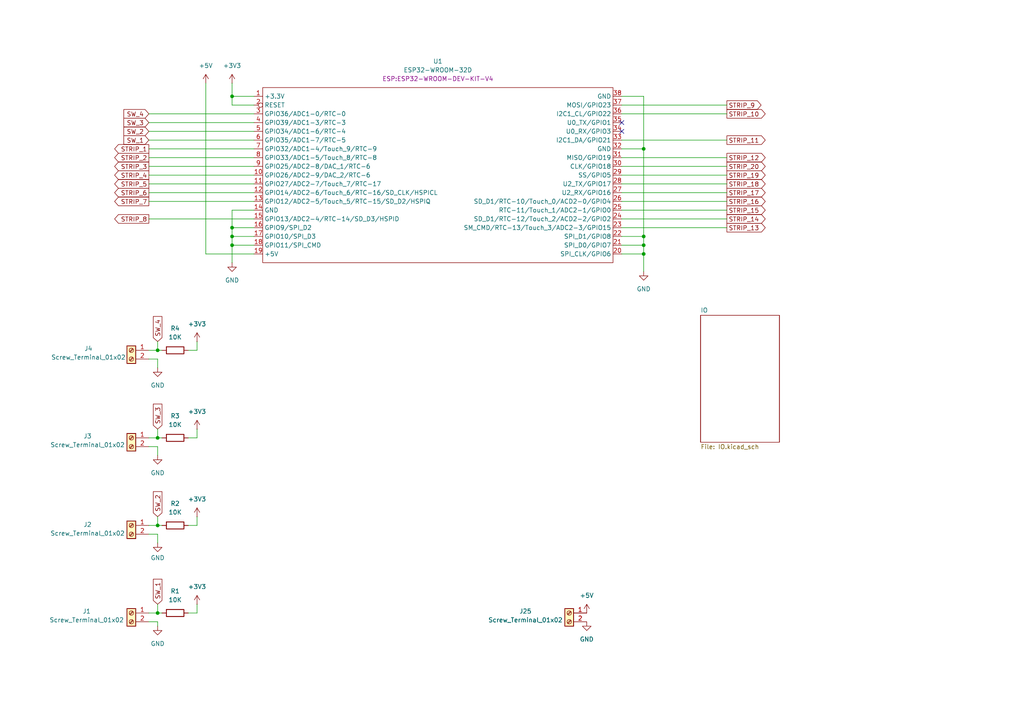
<source format=kicad_sch>
(kicad_sch (version 20231120) (generator "eeschema") (generator_version "8.0")
  (paper "A4")
  (lib_symbols
    (symbol "Connector:Screw_Terminal_01x02" (pin_names (offset 1.016) hide)
      (property "Reference" "J" (at 0 2.54 0))
      (property "Value" "Screw_Terminal_01x02" (at 0 -5.08 0))
      (symbol "Screw_Terminal_01x02_1_1"
        (rectangle (start -1.27 1.27) (end 1.27 -3.81) (stroke (width 0.254)) (fill (type background)))
        (circle (center 0 -2.54) (radius 0.635) (stroke (width 0.1524)))
        (polyline (pts (xy -0.5334 -2.2098) (xy 0.3302 -3.048)) (stroke (width 0.1524)))
        (polyline (pts (xy -0.5334 0.3302) (xy 0.3302 -0.508)) (stroke (width 0.1524)))
        (polyline (pts (xy -0.3556 -2.032) (xy 0.508 -2.8702)) (stroke (width 0.1524)))
        (polyline (pts (xy -0.3556 0.508) (xy 0.508 -0.3302)) (stroke (width 0.1524)))
        (circle (center 0 0) (radius 0.635) (stroke (width 0.1524)))
        (pin passive line (at -5.08 0 0) (length 3.81) (name "Pin_1") (number "1"))
        (pin passive line (at -5.08 -2.54 0) (length 3.81) (name "Pin_2") (number "2"))
      )
    )
    (symbol "Device:R" (pin_numbers hide) (pin_names (offset 0))
      (property "Reference" "R" (at 2.032 0 90))
      (property "Value" "R" (at 0 0 90))
      (symbol "R_0_1"
        (rectangle (start -1.016 -2.54) (end 1.016 2.54) (stroke (width 0.254)))
      )
      (symbol "R_1_1"
        (pin passive line (at 0 3.81 270) (length 1.27) (name "~") (number "1"))
        (pin passive line (at 0 -3.81 90) (length 1.27) (name "~") (number "2"))
      )
    )
    (symbol "ESP:ESP32-WROOM-32"
      (property "Reference" "U1" (at 0 54.61 0))
      (property "Value" "ESP32-WROOM-32D" (at 0 52.07 0))
      (property "Footprint" "ESP:ESP32-WROOM-DEV-KIT-V4" (at 0 0 0))
      (symbol "ESP32-WROOM-32_0_1"
        (rectangle (start -50.8 50.8) (end 50.8 0))
      )
      (symbol "ESP32-WROOM-32_1_1"
        (pin power_in line (at -53.34 48.26 0) (length 2.54) (name "+3.3V") (number "1"))
        (pin bidirectional line (at -53.34 25.4 0) (length 2.54) (name "GPIO26/ADC2-9/DAC_2/RTC-6") (number "10"))
        (pin bidirectional line (at -53.34 22.86 0) (length 2.54) (name "GPIO27/ADC2-7/Touch_7/RTC-17") (number "11"))
        (pin bidirectional line (at -53.34 20.32 0) (length 2.54) (name "GPIO14/ADC2-6/Touch_6/RTC-16/SD_CLK/HSPICL") (number "12"))
        (pin bidirectional line (at -53.34 17.78 0) (length 2.54) (name "GPIO12/ADC2-5/Touch_5/RTC-15/SD_D2/HSPIQ") (number "13"))
        (pin power_in line (at -53.34 15.24 0) (length 2.54) (name "GND") (number "14"))
        (pin bidirectional line (at -53.34 12.7 0) (length 2.54) (name "GPIO13/ADC2-4/RTC-14/SD_D3/HSPID") (number "15"))
        (pin bidirectional line (at -53.34 10.16 0) (length 2.54) (name "GPIO9/SPI_D2") (number "16"))
        (pin bidirectional line (at -53.34 7.62 0) (length 2.54) (name "GPIO10/SPI_D3") (number "17"))
        (pin bidirectional line (at -53.34 5.08 0) (length 2.54) (name "GPIO11/SPI_CMD") (number "18"))
        (pin power_in line (at -53.34 2.54 0) (length 2.54) (name "+5V") (number "19"))
        (pin input inverted (at -53.34 45.72 0) (length 2.54) (name "RESET") (number "2"))
        (pin bidirectional line (at 53.34 2.54 180) (length 2.54) (name "SPI_CLK/GPIO6") (number "20"))
        (pin bidirectional line (at 53.34 5.08 180) (length 2.54) (name "SPI_D0/GPIO7") (number "21"))
        (pin bidirectional line (at 53.34 7.62 180) (length 2.54) (name "SPI_D1/GPIO8") (number "22"))
        (pin bidirectional line (at 53.34 10.16 180) (length 2.54) (name "SM_CMD/RTC-13/Touch_3/ADC2-3/GPIO15") (number "23"))
        (pin bidirectional line (at 53.34 12.7 180) (length 2.54) (name "SD_D1/RTC-12/Touch_2/ACD2-2/GPIO2") (number "24"))
        (pin bidirectional line (at 53.34 15.24 180) (length 2.54) (name "RTC-11/Touch_1/ADC2-1/GPIO0") (number "25"))
        (pin bidirectional line (at 53.34 17.78 180) (length 2.54) (name "SD_D1/RTC-10/Touch_0/ACD2-0/GPIO4") (number "26"))
        (pin bidirectional line (at 53.34 20.32 180) (length 2.54) (name "U2_RX/GPIO16") (number "27"))
        (pin bidirectional line (at 53.34 22.86 180) (length 2.54) (name "U2_TX/GPIO17") (number "28"))
        (pin bidirectional line (at 53.34 25.4 180) (length 2.54) (name "SS/GPIO5") (number "29"))
        (pin input line (at -53.34 43.18 0) (length 2.54) (name "GPIO36/ADC1-0/RTC-0") (number "3"))
        (pin bidirectional line (at 53.34 27.94 180) (length 2.54) (name "CLK/GPIO18") (number "30"))
        (pin bidirectional line (at 53.34 30.48 180) (length 2.54) (name "MISO/GPIO19") (number "31"))
        (pin power_in line (at 53.34 33.02 180) (length 2.54) (name "GND") (number "32"))
        (pin bidirectional line (at 53.34 35.56 180) (length 2.54) (name "I2C1_DA/GPIO21") (number "33"))
        (pin bidirectional line (at 53.34 38.1 180) (length 2.54) (name "U0_RX/GPIO3") (number "34"))
        (pin bidirectional line (at 53.34 40.64 180) (length 2.54) (name "U0_TX/GPIO1") (number "35"))
        (pin bidirectional line (at 53.34 43.18 180) (length 2.54) (name "I2C1_CL/GPIO22") (number "36"))
        (pin bidirectional line (at 53.34 45.72 180) (length 2.54) (name "MOSI/GPIO23") (number "37"))
        (pin power_in line (at 53.34 48.26 180) (length 2.54) (name "GND") (number "38"))
        (pin input line (at -53.34 40.64 0) (length 2.54) (name "GPIO39/ADC1-3/RTC-3") (number "4"))
        (pin input line (at -53.34 38.1 0) (length 2.54) (name "GPIO34/ADC1-6/RTC-4") (number "5"))
        (pin input line (at -53.34 35.56 0) (length 2.54) (name "GPIO35/ADC1-7/RTC-5") (number "6"))
        (pin bidirectional line (at -53.34 33.02 0) (length 2.54) (name "GPIO32/ADC1-4/Touch_9/RTC-9") (number "7"))
        (pin bidirectional line (at -53.34 30.48 0) (length 2.54) (name "GPIO33/ADC1-5/Touch_8/RTC-8") (number "8"))
        (pin bidirectional line (at -53.34 27.94 0) (length 2.54) (name "GPIO25/ADC2-8/DAC_1/RTC-6") (number "9"))
      )
    )
    (symbol "power:+3V3" (power) (pin_numbers hide) (pin_names (offset 0) hide)
      (property "Value" "+3V3" (at 0 3.556 0))
      (symbol "+3V3_0_1"
        (polyline (pts (xy -0.762 1.27) (xy 0 2.54)))
        (polyline (pts (xy 0 0) (xy 0 2.54)))
        (polyline (pts (xy 0 2.54) (xy 0.762 1.27)))
      )
      (symbol "+3V3_1_1"
        (pin power_in line (at 0 0 90) (length 0) (name "~") (number "1"))
      )
    )
    (symbol "power:+5V" (power) (pin_numbers hide) (pin_names (offset 0) hide)
      (property "Value" "+5V" (at 0 3.556 0))
      (symbol "+5V_0_1"
        (polyline (pts (xy -0.762 1.27) (xy 0 2.54)))
        (polyline (pts (xy 0 0) (xy 0 2.54)))
        (polyline (pts (xy 0 2.54) (xy 0.762 1.27)))
      )
      (symbol "+5V_1_1"
        (pin power_in line (at 0 0 90) (length 0) (name "~") (number "1"))
      )
    )
    (symbol "power:GND" (power) (pin_numbers hide) (pin_names (offset 0) hide)
      (property "Value" "GND" (at 0 -3.81 0))
      (symbol "GND_0_1"
        (polyline (pts (xy 0 0) (xy 0 -1.27) (xy 1.27 -1.27) (xy 0 -2.54) (xy -1.27 -1.27) (xy 0 -1.27)))
      )
      (symbol "GND_1_1"
        (pin power_in line (at 0 0 270) (length 0) (name "~") (number "1"))
      )
    )
  )
  (junction (at 45.72 177.8))
  (junction (at 186.69 73.66))
  (junction (at 45.72 152.4))
  (junction (at 45.72 127))
  (junction (at 45.72 101.6))
  (junction (at 67.31 66.04))
  (junction (at 186.69 71.12))
  (junction (at 186.69 68.58))
  (junction (at 186.69 43.18))
  (junction (at 67.31 27.94))
  (junction (at 67.31 71.12))
  (junction (at 67.31 68.58))
  (no_connect (at 180.34 38.1))
  (no_connect (at 180.34 35.56))
  (wire (pts (xy 43.18 50.8) (xy 73.66 50.8)))
  (wire (pts (xy 43.18 35.56) (xy 73.66 35.56)))
  (wire (pts (xy 67.31 60.96) (xy 67.31 66.04)))
  (wire (pts (xy 186.69 73.66) (xy 186.69 78.74)))
  (wire (pts (xy 43.18 152.4) (xy 45.72 152.4)))
  (wire (pts (xy 67.31 30.48) (xy 73.66 30.48)))
  (wire (pts (xy 54.61 127) (xy 57.15 127)))
  (wire (pts (xy 45.72 180.34) (xy 45.72 181.61)))
  (wire (pts (xy 57.15 99.06) (xy 57.15 101.6)))
  (wire (pts (xy 180.34 71.12) (xy 186.69 71.12)))
  (wire (pts (xy 57.15 101.6) (xy 54.61 101.6)))
  (wire (pts (xy 180.34 30.48) (xy 210.82 30.48)))
  (wire (pts (xy 45.72 99.06) (xy 45.72 101.6)))
  (wire (pts (xy 43.18 101.6) (xy 45.72 101.6)))
  (wire (pts (xy 43.18 154.94) (xy 45.72 154.94)))
  (wire (pts (xy 180.34 27.94) (xy 186.69 27.94)))
  (wire (pts (xy 180.34 58.42) (xy 210.82 58.42)))
  (wire (pts (xy 180.34 55.88) (xy 210.82 55.88)))
  (wire (pts (xy 186.69 27.94) (xy 186.69 43.18)))
  (wire (pts (xy 43.18 58.42) (xy 73.66 58.42)))
  (wire (pts (xy 67.31 71.12) (xy 73.66 71.12)))
  (wire (pts (xy 59.69 24.13) (xy 59.69 73.66)))
  (wire (pts (xy 45.72 104.14) (xy 45.72 106.68)))
  (wire (pts (xy 43.18 33.02) (xy 73.66 33.02)))
  (wire (pts (xy 43.18 127) (xy 45.72 127)))
  (wire (pts (xy 43.18 40.64) (xy 73.66 40.64)))
  (wire (pts (xy 180.34 73.66) (xy 186.69 73.66)))
  (wire (pts (xy 57.15 127) (xy 57.15 124.46)))
  (wire (pts (xy 180.34 43.18) (xy 186.69 43.18)))
  (wire (pts (xy 57.15 177.8) (xy 57.15 175.26)))
  (wire (pts (xy 180.34 45.72) (xy 210.82 45.72)))
  (wire (pts (xy 67.31 27.94) (xy 73.66 27.94)))
  (wire (pts (xy 43.18 53.34) (xy 73.66 53.34)))
  (wire (pts (xy 180.34 63.5) (xy 210.82 63.5)))
  (wire (pts (xy 67.31 68.58) (xy 67.31 71.12)))
  (wire (pts (xy 43.18 48.26) (xy 73.66 48.26)))
  (wire (pts (xy 43.18 55.88) (xy 73.66 55.88)))
  (wire (pts (xy 180.34 66.04) (xy 210.82 66.04)))
  (wire (pts (xy 186.69 68.58) (xy 186.69 71.12)))
  (wire (pts (xy 54.61 177.8) (xy 57.15 177.8)))
  (wire (pts (xy 180.34 50.8) (xy 210.82 50.8)))
  (wire (pts (xy 45.72 152.4) (xy 46.99 152.4)))
  (wire (pts (xy 180.34 40.64) (xy 210.82 40.64)))
  (wire (pts (xy 43.18 43.18) (xy 73.66 43.18)))
  (wire (pts (xy 180.34 68.58) (xy 186.69 68.58)))
  (wire (pts (xy 186.69 71.12) (xy 186.69 73.66)))
  (wire (pts (xy 43.18 129.54) (xy 45.72 129.54)))
  (wire (pts (xy 180.34 48.26) (xy 210.82 48.26)))
  (wire (pts (xy 57.15 152.4) (xy 57.15 149.86)))
  (wire (pts (xy 43.18 45.72) (xy 73.66 45.72)))
  (wire (pts (xy 67.31 71.12) (xy 67.31 76.2)))
  (wire (pts (xy 43.18 38.1) (xy 73.66 38.1)))
  (wire (pts (xy 43.18 180.34) (xy 45.72 180.34)))
  (wire (pts (xy 54.61 152.4) (xy 57.15 152.4)))
  (wire (pts (xy 67.31 60.96) (xy 73.66 60.96)))
  (wire (pts (xy 180.34 33.02) (xy 210.82 33.02)))
  (wire (pts (xy 43.18 177.8) (xy 45.72 177.8)))
  (wire (pts (xy 67.31 24.13) (xy 67.31 27.94)))
  (wire (pts (xy 45.72 127) (xy 46.99 127)))
  (wire (pts (xy 43.18 63.5) (xy 73.66 63.5)))
  (wire (pts (xy 67.31 66.04) (xy 67.31 68.58)))
  (wire (pts (xy 45.72 175.26) (xy 45.72 177.8)))
  (wire (pts (xy 43.18 104.14) (xy 45.72 104.14)))
  (wire (pts (xy 45.72 124.46) (xy 45.72 127)))
  (wire (pts (xy 45.72 149.86) (xy 45.72 152.4)))
  (wire (pts (xy 67.31 27.94) (xy 67.31 30.48)))
  (wire (pts (xy 67.31 66.04) (xy 73.66 66.04)))
  (wire (pts (xy 186.69 43.18) (xy 186.69 68.58)))
  (wire (pts (xy 180.34 53.34) (xy 210.82 53.34)))
  (wire (pts (xy 45.72 129.54) (xy 45.72 132.08)))
  (wire (pts (xy 67.31 68.58) (xy 73.66 68.58)))
  (wire (pts (xy 180.34 60.96) (xy 210.82 60.96)))
  (wire (pts (xy 45.72 101.6) (xy 46.99 101.6)))
  (wire (pts (xy 59.69 73.66) (xy 73.66 73.66)))
  (wire (pts (xy 45.72 177.8) (xy 46.99 177.8)))
  (wire (pts (xy 45.72 154.94) (xy 45.72 157.48)))
  (global_label "STRIP_14" (shape output) (at 210.82 63.5 0) (property "Intersheetrefs" "${INTERSHEET_REFS}" (effects (hide yes))))
  (global_label "STRIP_10" (shape output) (at 210.82 33.02 0) (property "Intersheetrefs" "${INTERSHEET_REFS}" (effects (hide yes))))
  (global_label "SW_2" (shape input) (at 45.72 149.86 90) (property "Intersheetrefs" "${INTERSHEET_REFS}" (effects (hide yes))))
  (global_label "SW_3" (shape input) (at 43.18 35.56 180) (property "Intersheetrefs" "${INTERSHEET_REFS}" (effects (hide yes))))
  (global_label "SW_1" (shape input) (at 43.18 40.64 180) (property "Intersheetrefs" "${INTERSHEET_REFS}" (effects (hide yes))))
  (global_label "STRIP_9" (shape output) (at 210.82 30.48 0) (property "Intersheetrefs" "${INTERSHEET_REFS}" (effects (hide yes))))
  (global_label "STRIP_5" (shape output) (at 43.18 53.34 180) (property "Intersheetrefs" "${INTERSHEET_REFS}" (effects (hide yes))))
  (global_label "SW_4" (shape input) (at 43.18 33.02 180) (property "Intersheetrefs" "${INTERSHEET_REFS}" (effects (hide yes))))
  (global_label "STRIP_12" (shape output) (at 210.82 45.72 0) (property "Intersheetrefs" "${INTERSHEET_REFS}" (effects (hide yes))))
  (global_label "STRIP_16" (shape output) (at 210.82 58.42 0) (property "Intersheetrefs" "${INTERSHEET_REFS}" (effects (hide yes))))
  (global_label "STRIP_11" (shape output) (at 210.82 40.64 0) (property "Intersheetrefs" "${INTERSHEET_REFS}" (effects (hide yes))))
  (global_label "STRIP_2" (shape output) (at 43.18 45.72 180) (property "Intersheetrefs" "${INTERSHEET_REFS}" (effects (hide yes))))
  (global_label "SW_1" (shape input) (at 45.72 175.26 90) (property "Intersheetrefs" "${INTERSHEET_REFS}" (effects (hide yes))))
  (global_label "STRIP_13" (shape output) (at 210.82 66.04 0) (property "Intersheetrefs" "${INTERSHEET_REFS}" (effects (hide yes))))
  (global_label "STRIP_6" (shape output) (at 43.18 55.88 180) (property "Intersheetrefs" "${INTERSHEET_REFS}" (effects (hide yes))))
  (global_label "SW_3" (shape input) (at 45.72 124.46 90) (property "Intersheetrefs" "${INTERSHEET_REFS}" (effects (hide yes))))
  (global_label "STRIP_18" (shape output) (at 210.82 53.34 0) (property "Intersheetrefs" "${INTERSHEET_REFS}" (effects (hide yes))))
  (global_label "STRIP_20" (shape output) (at 210.82 48.26 0) (property "Intersheetrefs" "${INTERSHEET_REFS}" (effects (hide yes))))
  (global_label "STRIP_7" (shape output) (at 43.18 58.42 180) (property "Intersheetrefs" "${INTERSHEET_REFS}" (effects (hide yes))))
  (global_label "STRIP_1" (shape output) (at 43.18 43.18 180) (property "Intersheetrefs" "${INTERSHEET_REFS}" (effects (hide yes))))
  (global_label "STRIP_3" (shape output) (at 43.18 48.26 180) (property "Intersheetrefs" "${INTERSHEET_REFS}" (effects (hide yes))))
  (global_label "SW_4" (shape input) (at 45.72 99.06 90) (property "Intersheetrefs" "${INTERSHEET_REFS}" (effects (hide yes))))
  (global_label "STRIP_17" (shape output) (at 210.82 55.88 0) (property "Intersheetrefs" "${INTERSHEET_REFS}" (effects (hide yes))))
  (global_label "STRIP_4" (shape output) (at 43.18 50.8 180) (property "Intersheetrefs" "${INTERSHEET_REFS}" (effects (hide yes))))
  (global_label "SW_2" (shape input) (at 43.18 38.1 180) (property "Intersheetrefs" "${INTERSHEET_REFS}" (effects (hide yes))))
  (global_label "STRIP_8" (shape output) (at 43.18 63.5 180) (property "Intersheetrefs" "${INTERSHEET_REFS}" (effects (hide yes))))
  (global_label "STRIP_15" (shape output) (at 210.82 60.96 0) (property "Intersheetrefs" "${INTERSHEET_REFS}" (effects (hide yes))))
  (global_label "STRIP_19" (shape output) (at 210.82 50.8 0) (property "Intersheetrefs" "${INTERSHEET_REFS}" (effects (hide yes))))
  (symbol (lib_id "power:+3V3") (at 57.15 124.46 0) (unit 1)
    (property "Reference" "#PWR05" (effects (hide yes)))
    (property "Value" "+3V3" (at 57.15 119.38 0))
    (property "Description" "Power symbol creates a global label with name \"+3V3\"" (effects (hide yes)))
  )
  (symbol (lib_id "Connector:Screw_Terminal_01x02") (at 165.1 177.8 0) (mirror y) (unit 1)
    (property "Reference" "J25" (at 152.4 177.292 0))
    (property "Value" "Screw_Terminal_01x02" (at 152.4 179.832 0))
    (property "Footprint" "TerminalBlock_Phoenix:TerminalBlock_Phoenix_MPT-0,5-2-2.54_1x02_P2.54mm_Horizontal" (effects (hide yes)))
    (property "Description" "Generic screw terminal, single row, 01x02, script generated (kicad-library-utils/schlib/autogen/connector/)" (effects (hide yes)))
  )
  (symbol (lib_id "power:GND") (at 186.69 78.74 0) (unit 1)
    (property "Reference" "#PWR010" (effects (hide yes)))
    (property "Value" "GND" (at 186.69 83.82 0))
    (property "Description" "Power symbol creates a global label with name \"GND\" , ground" (effects (hide yes)))
  )
  (symbol (lib_id "Device:R") (at 50.8 177.8 90) (unit 1)
    (property "Reference" "R1" (at 50.8 171.45 90))
    (property "Value" "10K" (at 50.8 173.99 90))
    (property "Footprint" "Resistor_THT:R_Axial_DIN0204_L3.6mm_D1.6mm_P5.08mm_Horizontal" (effects (hide yes)))
    (property "Description" "Resistor" (effects (hide yes)))
  )
  (symbol (lib_id "power:+3V3") (at 57.15 149.86 0) (unit 1)
    (property "Reference" "#PWR06" (effects (hide yes)))
    (property "Value" "+3V3" (at 57.15 144.78 0))
    (property "Description" "Power symbol creates a global label with name \"+3V3\"" (effects (hide yes)))
  )
  (symbol (lib_id "ESP:ESP32-WROOM-32") (at 127 76.2 0) (unit 1)
    (property "Reference" "U1" (at 127 17.78 0))
    (property "Value" "ESP32-WROOM-32D" (at 127 20.32 0))
    (property "Footprint" "ESP:ESP32-WROOM-DEV-KIT-V4" (at 127 22.86 0))
  )
  (symbol (lib_id "Device:R") (at 50.8 127 90) (unit 1)
    (property "Reference" "R3" (at 50.8 120.65 90))
    (property "Value" "10K" (at 50.8 123.19 90))
    (property "Footprint" "Resistor_THT:R_Axial_DIN0204_L3.6mm_D1.6mm_P5.08mm_Horizontal" (effects (hide yes)))
    (property "Description" "Resistor" (effects (hide yes)))
  )
  (symbol (lib_id "power:+3V3") (at 57.15 99.06 0) (unit 1)
    (property "Reference" "#PWR04" (effects (hide yes)))
    (property "Value" "+3V3" (at 57.15 93.98 0))
    (property "Description" "Power symbol creates a global label with name \"+3V3\"" (effects (hide yes)))
  )
  (symbol (lib_id "power:+5V") (at 59.69 24.13 0) (unit 1)
    (property "Reference" "#PWR02" (effects (hide yes)))
    (property "Value" "+5V" (at 59.69 19.05 0))
    (property "Description" "Power symbol creates a global label with name \"+5V\"" (effects (hide yes)))
  )
  (symbol (lib_id "power:+5V") (at 170.18 177.8 0) (unit 1)
    (property "Reference" "#PWR01" (effects (hide yes)))
    (property "Value" "+5V" (at 170.18 172.72 0))
    (property "Description" "Power symbol creates a global label with name \"+5V\"" (effects (hide yes)))
  )
  (symbol (lib_id "power:GND") (at 67.31 76.2 0) (unit 1)
    (property "Reference" "#PWR08" (effects (hide yes)))
    (property "Value" "GND" (at 67.31 81.28 0))
    (property "Description" "Power symbol creates a global label with name \"GND\" , ground" (effects (hide yes)))
  )
  (symbol (lib_id "Connector:Screw_Terminal_01x02") (at 38.1 177.8 0) (mirror y) (unit 1)
    (property "Reference" "J1" (at 25.146 177.292 0))
    (property "Value" "Screw_Terminal_01x02" (at 25.146 179.832 0))
    (property "Footprint" "TerminalBlock_Phoenix:TerminalBlock_Phoenix_MPT-0,5-2-2.54_1x02_P2.54mm_Horizontal" (effects (hide yes)))
    (property "Description" "Generic screw terminal, single row, 01x02, script generated (kicad-library-utils/schlib/autogen/connector/)" (effects (hide yes)))
  )
  (symbol (lib_id "power:GND") (at 45.72 132.08 0) (unit 1)
    (property "Reference" "#PWR013" (effects (hide yes)))
    (property "Value" "GND" (at 45.72 137.16 0))
    (property "Description" "Power symbol creates a global label with name \"GND\" , ground" (effects (hide yes)))
  )
  (symbol (lib_id "Device:R") (at 50.8 101.6 90) (unit 1)
    (property "Reference" "R4" (at 50.8 95.25 90))
    (property "Value" "10K" (at 50.8 97.79 90))
    (property "Footprint" "Resistor_THT:R_Axial_DIN0204_L3.6mm_D1.6mm_P5.08mm_Horizontal" (effects (hide yes)))
    (property "Description" "Resistor" (effects (hide yes)))
  )
  (symbol (lib_id "power:GND") (at 45.72 106.68 0) (unit 1)
    (property "Reference" "#PWR014" (effects (hide yes)))
    (property "Value" "GND" (at 45.72 111.76 0))
    (property "Description" "Power symbol creates a global label with name \"GND\" , ground" (effects (hide yes)))
  )
  (symbol (lib_id "Connector:Screw_Terminal_01x02") (at 38.1 101.6 0) (mirror y) (unit 1)
    (property "Reference" "J4" (at 25.654 101.092 0))
    (property "Value" "Screw_Terminal_01x02" (at 25.654 103.632 0))
    (property "Footprint" "TerminalBlock_Phoenix:TerminalBlock_Phoenix_MPT-0,5-2-2.54_1x02_P2.54mm_Horizontal" (effects (hide yes)))
    (property "Description" "Generic screw terminal, single row, 01x02, script generated (kicad-library-utils/schlib/autogen/connector/)" (effects (hide yes)))
  )
  (symbol (lib_id "power:GND") (at 45.72 157.48 0) (unit 1)
    (property "Reference" "#PWR012" (effects (hide yes)))
    (property "Value" "GND" (at 45.72 161.798 0))
    (property "Description" "Power symbol creates a global label with name \"GND\" , ground" (effects (hide yes)))
  )
  (symbol (lib_id "Connector:Screw_Terminal_01x02") (at 38.1 152.4 0) (mirror y) (unit 1)
    (property "Reference" "J2" (at 25.4 152.146 0))
    (property "Value" "Screw_Terminal_01x02" (at 25.4 154.686 0))
    (property "Footprint" "TerminalBlock_Phoenix:TerminalBlock_Phoenix_MPT-0,5-2-2.54_1x02_P2.54mm_Horizontal" (effects (hide yes)))
    (property "Description" "Generic screw terminal, single row, 01x02, script generated (kicad-library-utils/schlib/autogen/connector/)" (effects (hide yes)))
  )
  (symbol (lib_id "Device:R") (at 50.8 152.4 90) (unit 1)
    (property "Reference" "R2" (at 50.8 146.05 90))
    (property "Value" "10K" (at 50.8 148.59 90))
    (property "Footprint" "Resistor_THT:R_Axial_DIN0204_L3.6mm_D1.6mm_P5.08mm_Horizontal" (effects (hide yes)))
    (property "Description" "Resistor" (effects (hide yes)))
  )
  (symbol (lib_id "Connector:Screw_Terminal_01x02") (at 38.1 127 0) (mirror y) (unit 1)
    (property "Reference" "J3" (at 25.4 126.492 0))
    (property "Value" "Screw_Terminal_01x02" (at 25.4 129.032 0))
    (property "Footprint" "TerminalBlock_Phoenix:TerminalBlock_Phoenix_MPT-0,5-2-2.54_1x02_P2.54mm_Horizontal" (effects (hide yes)))
    (property "Description" "Generic screw terminal, single row, 01x02, script generated (kicad-library-utils/schlib/autogen/connector/)" (effects (hide yes)))
  )
  (symbol (lib_id "power:GND") (at 45.72 181.61 0) (unit 1)
    (property "Reference" "#PWR011" (effects (hide yes)))
    (property "Value" "GND" (at 45.72 186.69 0))
    (property "Description" "Power symbol creates a global label with name \"GND\" , ground" (effects (hide yes)))
  )
  (symbol (lib_id "power:GND") (at 170.18 180.34 0) (unit 1)
    (property "Reference" "#PWR09" (effects (hide yes)))
    (property "Value" "GND" (at 170.18 185.42 0))
    (property "Description" "Power symbol creates a global label with name \"GND\" , ground" (effects (hide yes)))
  )
  (symbol (lib_id "power:+3V3") (at 67.31 24.13 0) (unit 1)
    (property "Reference" "#PWR03" (effects (hide yes)))
    (property "Value" "+3V3" (at 67.31 19.05 0))
    (property "Description" "Power symbol creates a global label with name \"+3V3\"" (effects (hide yes)))
  )
  (symbol (lib_id "power:+3V3") (at 57.15 175.26 0) (unit 1)
    (property "Reference" "#PWR07" (effects (hide yes)))
    (property "Value" "+3V3" (at 57.15 170.18 0))
    (property "Description" "Power symbol creates a global label with name \"+3V3\"" (effects (hide yes)))
  )
  (sheet (at 203.2 91.44) (size 22.86 36.83) (stroke (width 0.1524))
    (property "Sheetname" "IO" (at 203.2 90.7284 0) (effects (justify left bottom)))
    (property "Sheetfile" "IO.kicad_sch" (at 203.2 128.8546 0) (effects (justify left top)))
  )
)
</source>
